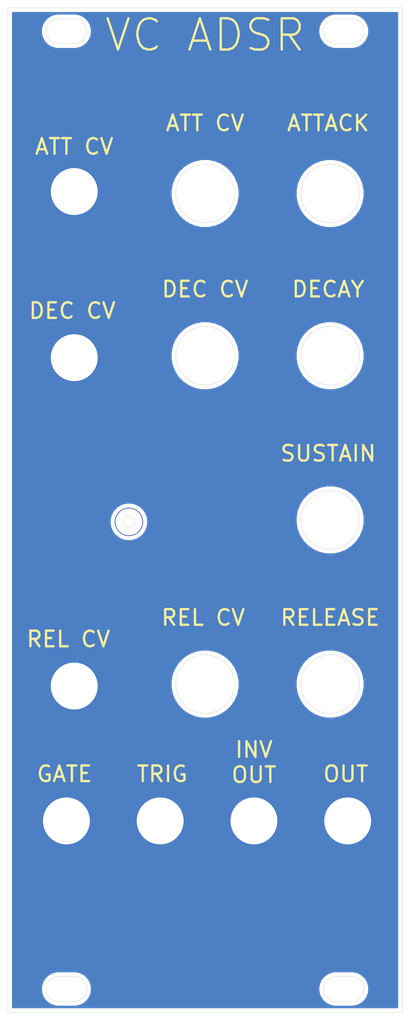
<source format=kicad_pcb>
(kicad_pcb (version 20171130) (host pcbnew "(5.1.5-0)")
  (layers (0 F.Cu signal hide) (31 B.Cu signal) (34 B.Paste user hide) (35 F.Paste user hide) (36 B.SilkS user hide) (37 F.SilkS user hide) (38 B.Mask user) (39 F.Mask user hide) (44 Edge.Cuts user))
  (net 0 "")
  (net 1 GND)
  (module "custom footprints:6mm_mounting_hole_thonkiconn" (layer F.Cu) (at 8.5 86.75)
    (fp_text reference TP1 hide)
    (fp_text value TestPoint)
    (pad 1 thru_hole circle (at 0 0) (size 6.1 6.1) (drill 6) (layers *.Cu *.Mask) (net 1 GND))
  )
  (module "custom footprints:6mm_mounting_hole_thonkiconn" (layer F.Cu) (at 8.5 23.5)
    (fp_text reference TP1 hide)
    (fp_text value TestPoint)
    (pad 1 thru_hole circle (at 0 0) (size 6.1 6.1) (drill 6) (layers *.Cu *.Mask) (net 1 GND))
  )
  (module "custom footprints:6mm_mounting_hole_thonkiconn" (layer F.Cu) (at 8.5 44.75)
    (fp_text reference TP1 hide)
    (fp_text value TestPoint)
    (pad 1 thru_hole circle (at 0 0) (size 6.1 6.1) (drill 6) (layers *.Cu *.Mask) (net 1 GND))
  )
  (module "custom footprints:potleaf_small_copper" (layer F.Cu) (at 25.5 123.5)
    (fp_text reference REF** hide)
    (fp_text value potleaf_small_copper)
    (fp_poly (pts (xy -3.4036 -3.9751) (xy -3.0861 -3.7338) (xy -2.52095 -3.4163) (xy -1.92405 -2.9845) (xy -1.5494 -2.6035) (xy -1.14935 -2.03835) (xy -0.55245 -0.85725) (xy -0.254 -0.2921) (xy -0.2413 -0.2794) (xy -0.5715 -0.254) (xy -0.6731 -0.3048) (xy -1.0287 -0.55245) (xy -1.4351 -0.92075) (xy -1.7653 -1.27) (xy -2.1209 -1.7018) (xy -2.4003 -2.1209) (xy -2.5908 -2.3749) (xy -2.8448 -2.8321) (xy -3.0988 -3.2004) (xy -3.3401 -3.6195) (xy -3.6195 -4.1783)) (layer F.Cu) (width 0.1))
    (fp_poly (pts (xy -1.997075 -0.796925) (xy -1.660525 -0.701675) (xy -1.397 -0.6096) (xy -0.6985 -0.2032) (xy -0.66802 -0.17526) (xy -0.6604 -0.1905) (xy -0.6604 -0.1778) (xy -0.66802 -0.17526) (xy -0.7493 -0.0127) (xy -0.3556 0.127) (xy -0.56515 0.1524) (xy -0.95885 0.1778) (xy -1.4351 0.1778) (xy -1.8796 0.1143) (xy -2.3622 0) (xy -2.7559 -0.1143) (xy -3.1623 -0.3429) (xy -3.4798 -0.5715) (xy -3.8862 -0.6985) (xy -3.2385 -0.7493) (xy -2.7051 -0.7874) (xy -2.24155 -0.79375)) (layer F.Cu) (width 0.1))
    (fp_poly (pts (xy -0.13335 0.2667) (xy -0.50165 0.6985) (xy -0.9398 0.97155) (xy -1.3208 1.11125) (xy -2.0701 1.27635) (xy -1.5875 0.7493) (xy -1.1938 0.4826) (xy -0.8255 0.2794) (xy -0.3556 0.2032) (xy -0.3302 0.2032)) (layer F.Cu) (width 0.1))
    (fp_poly (pts (xy 0 -0.2159) (xy -0.211138 -0.022225) (xy 0.007937 0.073025) (xy 0.758825 0.61595) (xy 0.57785 0.7112) (xy 0 0.254) (xy 0.0127 1.3462) (xy -0.1016 1.2065) (xy -0.10795 0.3175) (xy -0.0635 0.3175) (xy -0.4445 0.1016) (xy -0.73025 -0.0508) (xy -0.56515 -0.3302)) (layer F.Cu) (width 0.1))
    (fp_poly (pts (xy 0.64135 0.2413) (xy 1.1938 0.5207) (xy 1.520825 0.847725) (xy 1.655763 1.077913) (xy 1.887538 1.347788) (xy 1.58115 1.26365) (xy 1.32715 1.18745) (xy 1.14935 1.12395) (xy 0.7747 0.9906) (xy 0.415925 0.796925) (xy 0.155575 0.511175) (xy 0.03175 0.34925) (xy 0.09525 0.38735) (xy 0.06985 0.32385) (xy 0.13335 0.1524)) (layer F.Cu) (width 0.1))
    (fp_poly (pts (xy 3.0734 -0.762) (xy 3.5052 -0.7366) (xy 4.083207 -0.726057) (xy 3.4036 -0.5715) (xy 2.9718 -0.381) (xy 2.6289 -0.1651) (xy 2.2098 0) (xy 1.6764 0.0889) (xy 1.2319 0.1143) (xy 0.65405 0.09525) (xy 0.0762 0.0762) (xy 0.0127 0) (xy 0.2286 -0.0635) (xy 0.235585 -0.1143) (xy 0.551815 -0.2413) (xy 1.08585 -0.4699) (xy 1.6383 -0.6731) (xy 2.032 -0.7874) (xy 2.4765 -0.7874)) (layer F.Cu) (width 0.1))
    (fp_poly (pts (xy 3.0607 -3.4163) (xy 2.8194 -2.921) (xy 2.6162 -2.4638) (xy 2.35585 -1.9431) (xy 2.0828 -1.5875) (xy 1.77165 -1.17475) (xy 1.30175 -0.78105) (xy 0.8001 -0.4445) (xy -0.3048 0.1524) (xy -0.2794 -0.1778) (xy 0.0254 -0.2286) (xy 0.27305 -0.66675) (xy 0.48895 -1.1303) (xy 0.65405 -1.4605) (xy 0.8382 -1.7526) (xy 1.0033 -2.0701) (xy 1.2827 -2.4257) (xy 1.5621 -2.7432) (xy 1.8923 -3.0353) (xy 2.2352 -3.2639) (xy 2.6162 -3.5179) (xy 3.0099 -3.7846) (xy 3.5433 -4.1783)) (layer F.Cu) (width 0.1))
    (fp_poly (pts (xy 0.2159 -5.5499) (xy 0.3175 -5.0673) (xy 0.4318 -4.6101) (xy 0.51435 -4.2799) (xy 0.57785 -3.8989) (xy 0.6223 -3.3782) (xy 0.6223 -2.8448) (xy 0.5715 -2.2606) (xy 0.508 -1.7399) (xy 0.365125 -1.2446) (xy 0.066675 -0.2286) (xy -0.14605 -0.2794) (xy -0.381 -1.1938) (xy -0.554038 -2.0574) (xy -0.538163 -2.8448) (xy -0.485775 -3.5052) (xy -0.32385 -4.2799) (xy -0.0889 -5.0927) (xy 0.0381 -5.8674) (xy 0.1016 -6.3881)) (layer F.Cu) (width 0.1))
  )
  (module "custom footprints:6mm_mounting_hole_thonkiconn" (layer F.Cu) (at 43.5 104)
    (fp_text reference TP1 hide)
    (fp_text value TestPoint)
    (pad 1 thru_hole circle (at 0 0) (size 6.1 6.1) (drill 6) (layers *.Cu *.Mask) (net 1 GND))
  )
  (module "custom footprints:6mm_mounting_hole_thonkiconn" (layer F.Cu) (at 7.5 104)
    (fp_text reference TP1 hide)
    (fp_text value TestPoint)
    (pad 1 thru_hole circle (at 0 0) (size 6.1 6.1) (drill 6) (layers *.Cu *.Mask) (net 1 GND))
  )
  (module "custom footprints:6mm_mounting_hole_thonkiconn" (layer F.Cu) (at 31.5 104)
    (fp_text reference TP1 hide)
    (fp_text value TestPoint)
    (pad 1 thru_hole circle (at 0 0) (size 6.1 6.1) (drill 6) (layers *.Cu *.Mask) (net 1 GND))
  )
  (module "custom footprints:6mm_mounting_hole_thonkiconn" (layer F.Cu) (at 19.5 104)
    (fp_text reference TP1 hide)
    (fp_text value TestPoint)
    (pad 1 thru_hole circle (at 0 0) (size 6.1 6.1) (drill 6) (layers *.Cu *.Mask) (net 1 GND))
  )
  (gr_circle (center 15.5 65.75) (end 16.25 65.75) (layer Edge.Cuts) (width 0.05))
  (gr_text "ATT CV" (at 8.5 17.75) (layer F.SilkS) (effects (font (size 2 2) (thickness 0.3))))
  (gr_text "ATT CV" (at 25.25 14.75) (layer F.SilkS) (effects (font (size 2 2) (thickness 0.3))))
  (gr_text ATTACK (at 41 14.75) (layer F.SilkS) (effects (font (size 2 2) (thickness 0.3))))
  (gr_text "DEC CV" (at 8.25 38.75) (layer F.SilkS) (effects (font (size 2 2) (thickness 0.3))))
  (gr_text "DEC CV" (at 25.25 36) (layer F.SilkS) (effects (font (size 2 2) (thickness 0.3))))
  (gr_text DECAY (at 41 36) (layer F.SilkS) (effects (font (size 2 2) (thickness 0.3))))
  (gr_text SUSTAIN (at 41 57) (layer F.SilkS) (effects (font (size 2 2) (thickness 0.3))))
  (gr_line (start 19.25 104) (end 7.25 104) (layer F.Cu) (width 2))
  (gr_line (start 43.5 104) (end 31.5 104) (layer F.Cu) (width 2))
  (gr_poly (pts (xy 47 107.5) (xy 40 107.5) (xy 40 100.5) (xy 47 100.5)) (layer F.Cu) (width 0.1))
  (gr_poly (pts (xy 35 107.5) (xy 28 107.5) (xy 28 100.5) (xy 35 100.5)) (layer F.Cu) (width 0.1))
  (gr_circle (center 41.25 86.5) (end 45 86.5) (layer Edge.Cuts) (width 0.05))
  (gr_circle (center 25.25 86.5) (end 29 86.5) (layer Edge.Cuts) (width 0.05))
  (gr_circle (center 15.5 65.75) (end 17.267767 65.75) (layer B.Cu) (width 0.1))
  (gr_circle (center 15.5 65.75) (end 17.25 65.5) (layer F.Cu) (width 0.1))
  (gr_circle (center 41.25 44.5) (end 45 44.5) (layer Edge.Cuts) (width 0.05))
  (gr_circle (center 25.25 44.5) (end 29 44.5) (layer Edge.Cuts) (width 0.05))
  (gr_text OUT (at 43.25 98) (layer F.SilkS) (effects (font (size 2 2) (thickness 0.3))))
  (gr_text "INV\nOUT" (at 31.5 96.5) (layer F.SilkS) (effects (font (size 2 2) (thickness 0.3))))
  (gr_text TRIG (at 19.75 98) (layer F.SilkS) (effects (font (size 2 2) (thickness 0.3))))
  (gr_text GATE (at 7.25 98) (layer F.SilkS) (effects (font (size 2 2) (thickness 0.3))))
  (gr_text RELEASE (at 41.25 78) (layer F.SilkS) (effects (font (size 2 2) (thickness 0.3))))
  (gr_text "REL CV" (at 25 78) (layer F.SilkS) (effects (font (size 2 2) (thickness 0.3))))
  (gr_text "REL CV" (at 7.75 80.75) (layer F.SilkS) (effects (font (size 2 2) (thickness 0.3))))
  (gr_circle (center 41.25 65.5) (end 45 65.5) (layer Edge.Cuts) (width 0.05))
  (gr_circle (center 41.25 23.75) (end 45 23.75) (layer Edge.Cuts) (width 0.05))
  (gr_text "VC ADSR" (at 25.25 3.5) (layer F.SilkS) (effects (font (size 4 4) (thickness 0.3))))
  (gr_circle (center 25.25 23.75) (end 29 23.75) (layer Edge.Cuts) (width 0.05))
  (gr_arc (start 8.5 125.5) (end 8.5 127.1) (angle -180) (layer Edge.Cuts) (width 0.05))
  (gr_line (start 6.5 123.9) (end 8.5 123.9) (layer Edge.Cuts) (width 0.05))
  (gr_arc (start 6.5 125.5) (end 6.5 123.9) (angle -180) (layer Edge.Cuts) (width 0.05))
  (gr_line (start 6.5 127.1) (end 8.5 127.1) (layer Edge.Cuts) (width 0.05))
  (gr_arc (start 8.5 3) (end 8.5 4.6) (angle -180) (layer Edge.Cuts) (width 0.05))
  (gr_line (start 6.5 1.4) (end 8.5 1.4) (layer Edge.Cuts) (width 0.05))
  (gr_arc (start 6.5 3) (end 6.5 1.4) (angle -180) (layer Edge.Cuts) (width 0.05))
  (gr_line (start 6.5 4.6) (end 8.5 4.6) (layer Edge.Cuts) (width 0.05))
  (gr_arc (start 44 125.5) (end 44 127.1) (angle -180) (layer Edge.Cuts) (width 0.05))
  (gr_line (start 42 123.9) (end 44 123.9) (layer Edge.Cuts) (width 0.05))
  (gr_arc (start 42 125.5) (end 42 123.9) (angle -180) (layer Edge.Cuts) (width 0.05))
  (gr_line (start 42 127.1) (end 44 127.1) (layer Edge.Cuts) (width 0.05))
  (gr_line (start 42 1.4) (end 44 1.4) (layer Edge.Cuts) (width 0.05))
  (gr_line (start 42 4.6) (end 44 4.6) (layer Edge.Cuts) (width 0.05))
  (gr_arc (start 42 3) (end 42 1.4) (angle -180) (layer Edge.Cuts) (width 0.05))
  (gr_arc (start 44 3) (end 44 4.6) (angle -180) (layer Edge.Cuts) (width 0.05))
  (gr_line (start 0 128.5) (end 0 0) (layer Edge.Cuts) (width 0.05))
  (gr_line (start 50.5 128.5) (end 0 128.5) (layer Edge.Cuts) (width 0.05))
  (gr_line (start 50.5 0) (end 50.5 128.5) (layer Edge.Cuts) (width 0.05))
  (gr_line (start 0 0) (end 50.5 0) (layer Edge.Cuts) (width 0.05))
  (zone (net 1) (net_name GND) (layer B.Cu) (connect_pads yes (clearance 0.508)) (min_thickness 0.254) (fill yes (arc_segments 32) (thermal_gap 0.508) (thermal_bridge_width 0.508))
    (polygon (pts (xy 51.75 129.5) (xy -1 130) (xy -1 -1) (xy 51.75 -1)))
  )
)
</source>
